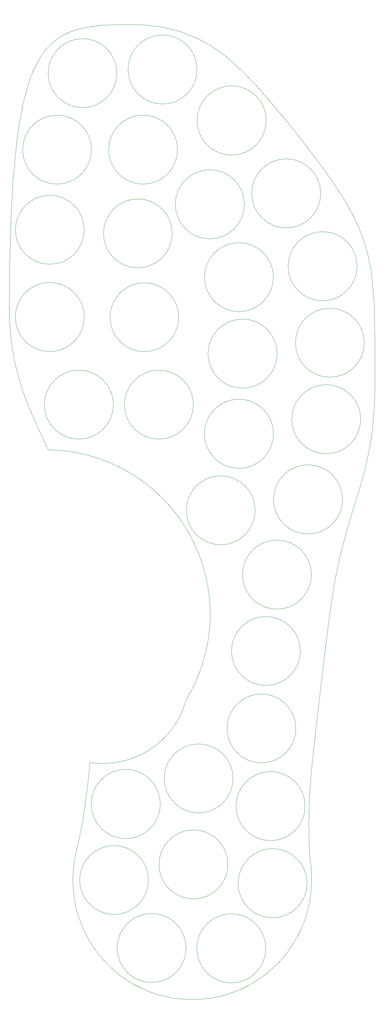
<source format=gbr>
G04 #@! TF.GenerationSoftware,KiCad,Pcbnew,(5.0.0)*
G04 #@! TF.CreationDate,2019-11-18T10:46:30+01:00*
G04 #@! TF.ProjectId,Insole_PCB,496E736F6C655F5043422E6B69636164,rev?*
G04 #@! TF.SameCoordinates,Original*
G04 #@! TF.FileFunction,Other,ECO1*
%FSLAX46Y46*%
G04 Gerber Fmt 4.6, Leading zero omitted, Abs format (unit mm)*
G04 Created by KiCad (PCBNEW (5.0.0)) date 11/18/19 10:46:30*
%MOMM*%
%LPD*%
G01*
G04 APERTURE LIST*
%ADD10C,0.100000*%
G04 APERTURE END LIST*
D10*
X259217045Y-102110707D02*
G75*
G03X259217045Y-102110707I-9467592J0D01*
G01*
X235250385Y-105110707D02*
G75*
G03X235250385Y-105110707I-9500932J0D01*
G01*
X191209231Y-28110707D02*
G75*
G03X191209231Y-28110707I-9459778J0D01*
G01*
X213240343Y-27110707D02*
G75*
G03X213240343Y-27110707I-9490890J0D01*
G01*
X232263028Y-41110707D02*
G75*
G03X232263028Y-41110707I-9513575J0D01*
G01*
X207878904Y-49110707D02*
G75*
G03X207878904Y-49110707I-9479451J0D01*
G01*
X184219981Y-49110707D02*
G75*
G03X184219981Y-49110707I-9470528J0D01*
G01*
X182211657Y-71110707D02*
G75*
G03X182211657Y-71110707I-9462204J0D01*
G01*
X206420346Y-72100707D02*
G75*
G03X206420346Y-72100707I-9460893J0D01*
G01*
X226247816Y-64110707D02*
G75*
G03X226247816Y-64110707I-9498363J0D01*
G01*
X247233524Y-61110707D02*
G75*
G03X247233524Y-61110707I-9484071J0D01*
G01*
X257237830Y-81110707D02*
G75*
G03X257237830Y-81110707I-9488377J0D01*
G01*
X234219089Y-84110707D02*
G75*
G03X234219089Y-84110707I-9469636J0D01*
G01*
X208205504Y-95110707D02*
G75*
G03X208205504Y-95110707I-9456051J0D01*
G01*
X182234583Y-95060707D02*
G75*
G03X182234583Y-95060707I-9485130J0D01*
G01*
X190232670Y-119110707D02*
G75*
G03X190232670Y-119110707I-9483217J0D01*
G01*
X212230318Y-119110707D02*
G75*
G03X212230318Y-119110707I-9480865J0D01*
G01*
X258234620Y-123110707D02*
G75*
G03X258234620Y-123110707I-9485167J0D01*
G01*
X234249942Y-127110707D02*
G75*
G03X234249942Y-127110707I-9500489J0D01*
G01*
X229218265Y-148110707D02*
G75*
G03X229218265Y-148110707I-9468812J0D01*
G01*
X253243246Y-145110707D02*
G75*
G03X253243246Y-145110707I-9493793J0D01*
G01*
X244688067Y-165760707D02*
G75*
G03X244688067Y-165760707I-9488614J0D01*
G01*
X223140488Y-221710707D02*
G75*
G03X223140488Y-221710707I-9471035J0D01*
G01*
X203139180Y-228730707D02*
G75*
G03X203139180Y-228730707I-9509727J0D01*
G01*
X221725507Y-245310707D02*
G75*
G03X221725507Y-245310707I-9476054J0D01*
G01*
X199885334Y-249600707D02*
G75*
G03X199885334Y-249600707I-9465881J0D01*
G01*
X210235538Y-268260707D02*
G75*
G03X210235538Y-268260707I-9486085J0D01*
G01*
X232148190Y-268360707D02*
G75*
G03X232148190Y-268360707I-9498737J0D01*
G01*
X243498127Y-250480707D02*
G75*
G03X243498127Y-250480707I-9498674J0D01*
G01*
X242938352Y-229310707D02*
G75*
G03X242938352Y-229310707I-9488899J0D01*
G01*
X240409950Y-207990707D02*
G75*
G03X240409950Y-207990707I-9460497J0D01*
G01*
X241641332Y-186740707D02*
G75*
G03X241641332Y-186740707I-9471879J0D01*
G01*
X172230550Y-131507841D02*
G75*
G02X210249453Y-200110707I-481097J-45102866D01*
G01*
X210249453Y-200110707D02*
G75*
G02X183754120Y-217337384I-22873048J6190891D01*
G01*
X179101373Y-247508836D02*
X179037573Y-249444347D01*
X180422513Y-258993637D02*
X181033563Y-260831267D01*
X182575053Y-264382617D02*
X183500123Y-266083957D01*
X179570473Y-243665910D02*
X179279223Y-245580449D01*
X181751913Y-262629687D02*
X182575053Y-264382617D01*
X179087973Y-251380267D02*
X179252443Y-253309837D01*
X179037573Y-249444347D02*
X179087973Y-251380267D01*
X190987413Y-274892277D02*
X192517533Y-276079307D01*
X185642813Y-269308407D02*
X186852983Y-270820287D01*
X183500123Y-266083957D02*
X184523893Y-267727797D01*
X179530393Y-255226367D02*
X179920873Y-257123167D01*
X179252443Y-253309837D02*
X179530393Y-255226367D01*
X179279223Y-245580449D02*
X179101373Y-247508836D01*
X181033563Y-260831267D02*
X181751913Y-262629687D01*
X179920873Y-257123167D02*
X180422513Y-258993637D01*
X197489423Y-279071777D02*
X199254673Y-279868147D01*
X195774203Y-278172697D02*
X197489423Y-279071777D01*
X189529943Y-273617087D02*
X190987413Y-274892277D01*
X184523893Y-267727797D02*
X185642813Y-269308407D01*
X194114983Y-277174057D02*
X195774203Y-278172697D01*
X192517533Y-276079307D02*
X194114983Y-277174057D01*
X188150203Y-272258177D02*
X189529943Y-273617087D01*
X186852983Y-270820287D02*
X188150203Y-272258177D01*
X161824843Y-98981065D02*
X162072432Y-101503072D01*
X167017405Y-119844791D02*
X167920965Y-121973224D01*
X166159937Y-117690963D02*
X167017405Y-119844791D01*
X162412287Y-103965448D02*
X162840502Y-106371675D01*
X162072432Y-101503072D02*
X162412287Y-103965448D01*
X161673423Y-96395944D02*
X161736863Y-97696615D01*
X163353167Y-108725240D02*
X163946383Y-111029634D01*
X162840502Y-106371675D02*
X163353167Y-108725240D01*
X169833423Y-126172626D02*
X172229453Y-131500707D01*
X161736863Y-97696615D02*
X161824843Y-98981065D01*
X167920965Y-121973224D02*
X168862383Y-124080942D01*
X165356791Y-115507059D02*
X166159937Y-117690963D01*
X163946383Y-111029634D02*
X164616209Y-113288400D01*
X168862383Y-124080942D02*
X169833423Y-126172626D01*
X164616209Y-113288400D02*
X165356791Y-115507059D01*
X182075093Y-231186216D02*
X181713763Y-233370252D01*
X183490253Y-219808683D02*
X183255893Y-222139776D01*
X180903693Y-237639287D02*
X180453823Y-239723028D01*
X180453823Y-239723028D02*
X179973343Y-241772047D01*
X182716223Y-226721929D02*
X182408853Y-228969640D01*
X182998223Y-224444753D02*
X182716223Y-226721929D01*
X183255893Y-222139776D02*
X182998223Y-224444753D01*
X183729453Y-217330707D02*
X183489453Y-219820707D01*
X179973343Y-241772047D02*
X179570473Y-243665910D01*
X182408853Y-228969640D02*
X182075093Y-231186216D01*
X181713763Y-233370252D02*
X181323503Y-235521474D01*
X181323503Y-235521474D02*
X180903693Y-237639287D01*
X162920555Y-53868276D02*
X162736656Y-56134260D01*
X161634993Y-95078622D02*
X161673423Y-96395944D01*
X161647113Y-86912752D02*
X161628273Y-90278245D01*
X165608696Y-35538487D02*
X165268085Y-37036447D01*
X161622073Y-93744218D02*
X161634993Y-95078622D01*
X166337883Y-32751027D02*
X165965335Y-34110547D01*
X161628273Y-90278245D02*
X161622073Y-93744218D01*
X165268085Y-37036447D02*
X164943618Y-38606007D01*
X164343380Y-41963027D02*
X164067325Y-43752757D01*
X162736656Y-56134260D02*
X162567493Y-58484388D01*
X163807071Y-45618477D02*
X163562450Y-47561537D01*
X164943618Y-38606007D02*
X164635418Y-40247897D01*
X161678723Y-83646368D02*
X161647113Y-86912752D01*
X162272663Y-63442495D02*
X162146637Y-66053205D01*
X163562450Y-47561537D02*
X163333274Y-49583272D01*
X164635418Y-40247897D02*
X164343380Y-41963027D01*
X161723283Y-80477735D02*
X161678723Y-83646368D01*
X161780983Y-77405492D02*
X161723283Y-80477735D01*
X162412887Y-60920011D02*
X162272663Y-63442495D01*
X161851983Y-74428281D02*
X161780983Y-77405492D01*
X162567493Y-58484388D02*
X162412887Y-60920011D01*
X161936473Y-71544736D02*
X161851983Y-74428281D01*
X162146637Y-66053205D02*
X162034633Y-68753500D01*
X162034633Y-68753500D02*
X161936473Y-71544736D01*
X163333274Y-49583272D02*
X163119369Y-51685064D01*
X164067325Y-43752757D02*
X163807071Y-45618477D01*
X165965335Y-34110547D02*
X165608696Y-35538487D01*
X163119369Y-51685064D02*
X162920555Y-53868276D01*
X179336183Y-16398047D02*
X178556393Y-16677487D01*
X193239063Y-14725567D02*
X192056793Y-14740667D01*
X180143513Y-16144357D02*
X179336183Y-16398047D01*
X182734273Y-15530177D02*
X181842413Y-15711567D01*
X207061863Y-16263007D02*
X205874263Y-15959957D01*
X189781063Y-14806467D02*
X188687323Y-14859367D01*
X205874263Y-15959957D02*
X204640523Y-15685277D01*
X227916483Y-29849287D02*
X226598533Y-28493697D01*
X213367283Y-18600627D02*
X212403423Y-18154597D01*
X219392213Y-22226077D02*
X217778983Y-21110947D01*
X226598533Y-28493697D02*
X225248723Y-27165187D01*
X194451093Y-14720567D02*
X193239063Y-14725567D01*
X210377523Y-17327037D02*
X209311293Y-16947657D01*
X222425783Y-24610227D02*
X220938793Y-23394197D01*
X196094783Y-14742167D02*
X194451093Y-14720567D01*
X187622823Y-14927167D02*
X186587433Y-15011067D01*
X209311293Y-16947657D02*
X208206773Y-16592627D01*
X215207213Y-19551917D02*
X214301183Y-19066767D01*
X181842413Y-15711567D02*
X180978873Y-15915917D01*
X200631193Y-15051067D02*
X199181733Y-14909367D01*
X169381355Y-25016547D02*
X168900714Y-25941687D01*
X170387443Y-23331727D02*
X169876963Y-24147097D01*
X176368523Y-17677387D02*
X175686073Y-18070727D01*
X202022083Y-15228907D02*
X200631193Y-15051067D01*
X168435165Y-26924097D02*
X167984825Y-27965377D01*
X168900714Y-25941687D02*
X168435165Y-26924097D01*
X173763913Y-19457067D02*
X173161303Y-19994207D01*
X190904173Y-14767267D02*
X189781063Y-14806467D01*
X178556393Y-16677487D02*
X177802593Y-16982647D01*
X204640523Y-15685277D02*
X203357493Y-15440957D01*
X184603433Y-15231617D02*
X183654563Y-15370567D01*
X199181733Y-14909367D02*
X197670633Y-14805767D01*
X185581013Y-15112157D02*
X184603433Y-15231617D01*
X167549808Y-29067117D02*
X167130233Y-30230907D01*
X216087473Y-20055047D02*
X215207213Y-19551917D01*
X172575913Y-20571957D02*
X172006673Y-21192217D01*
X167130233Y-30230907D02*
X166726219Y-31458347D01*
X173161303Y-19994207D02*
X172575913Y-20571957D01*
X192056793Y-14740667D02*
X190904173Y-14767267D01*
X188687323Y-14859367D02*
X187622823Y-14927167D01*
X217778983Y-21110947D02*
X216087473Y-20055047D01*
X220938793Y-23394197D02*
X219392213Y-22226077D01*
X166726219Y-31458347D02*
X166337883Y-32751027D01*
X175025203Y-18497217D02*
X174384853Y-18958697D01*
X180978873Y-15915917D02*
X180143513Y-16144357D01*
X183654563Y-15370567D02*
X182734273Y-15530177D01*
X208206773Y-16592627D02*
X207061863Y-16263007D01*
X203357493Y-15440957D02*
X202022083Y-15228907D01*
X214301183Y-19066767D02*
X213367283Y-18600627D01*
X225248723Y-27165187D02*
X223860123Y-25868967D01*
X197670633Y-14805767D02*
X196094783Y-14742167D01*
X167984825Y-27965377D02*
X167549808Y-29067117D01*
X169876963Y-24147097D02*
X169381355Y-25016547D01*
X212403423Y-18154597D02*
X211407533Y-17729697D01*
X175686073Y-18070727D02*
X175025203Y-18497217D01*
X171452483Y-21856847D02*
X170912653Y-22568847D01*
X177073673Y-17315317D02*
X176368523Y-17677387D01*
X172006673Y-21192217D02*
X171452483Y-21856847D01*
X170912653Y-22568847D02*
X170387443Y-23331727D01*
X174384853Y-18958697D02*
X173763913Y-19457067D01*
X186587433Y-15011067D02*
X185581013Y-15112157D01*
X211407533Y-17729697D02*
X210377523Y-17327037D01*
X223860123Y-25868967D02*
X222425783Y-24610227D01*
X177802593Y-16982647D02*
X177073673Y-17315317D01*
X255068633Y-65238889D02*
X254280123Y-63861745D01*
X259396913Y-75129842D02*
X258910073Y-73642232D01*
X260907063Y-81687772D02*
X260594353Y-79931355D01*
X229209473Y-31226747D02*
X227916483Y-29849287D01*
X231736353Y-34030497D02*
X229209473Y-31226747D01*
X260594353Y-79931355D02*
X260238993Y-78263799D01*
X260238993Y-78263799D02*
X259839873Y-76667165D01*
X241256113Y-45538197D02*
X238947053Y-42652807D01*
X234194193Y-36882327D02*
X231736353Y-34030497D01*
X259839873Y-76667165D02*
X259396913Y-75129842D01*
X236594073Y-39762867D02*
X234194193Y-36882327D01*
X258910073Y-73642232D02*
X258379323Y-72194753D01*
X238947053Y-42652807D02*
X236594073Y-39762867D01*
X245693053Y-51275189D02*
X243509133Y-48413957D01*
X252590133Y-61103650D02*
X251692393Y-59719617D01*
X261047913Y-82605290D02*
X260907063Y-81687772D01*
X255816983Y-66616834D02*
X255068633Y-65238889D01*
X253453333Y-62483846D02*
X252590133Y-61103650D01*
X250761993Y-58330190D02*
X249800823Y-56933835D01*
X258379323Y-72194753D02*
X257804633Y-70777799D01*
X257185973Y-69381780D02*
X256523303Y-67997121D01*
X243509133Y-48413957D02*
X241256113Y-45538197D01*
X247794793Y-54116994D02*
X245693053Y-51275189D01*
X249800823Y-56933835D02*
X247794793Y-54116994D01*
X251692393Y-59719617D02*
X250761993Y-58330190D01*
X254280123Y-63861745D02*
X253453333Y-62483846D01*
X256523303Y-67997121D02*
X255816983Y-66616834D01*
X257804633Y-70777799D02*
X257185973Y-69381780D01*
X262107233Y-108598718D02*
X262104233Y-106647599D01*
X262037233Y-98096337D02*
X262009333Y-96600396D01*
X262089233Y-102997609D02*
X262076533Y-101291150D01*
X246365123Y-204153630D02*
X246619213Y-201977857D01*
X247400233Y-195245114D02*
X247665503Y-192933999D01*
X253519153Y-156701292D02*
X254043433Y-154783993D01*
X262098233Y-104781831D02*
X262089233Y-102997609D01*
X247137163Y-197523118D02*
X247400233Y-195245114D01*
X260905293Y-129282586D02*
X261214533Y-127205861D01*
X262109233Y-110638970D02*
X262107233Y-108598718D01*
X248203463Y-188220597D02*
X248765403Y-183435983D01*
X260173833Y-133222283D02*
X260557333Y-131284972D01*
X257835403Y-142261363D02*
X258841873Y-138736397D01*
X254579933Y-152914507D02*
X255124603Y-151084933D01*
X250770443Y-169314156D02*
X251174153Y-167081035D01*
X262104233Y-106647599D02*
X262098233Y-104781831D01*
X244765513Y-218508588D02*
X245173463Y-214534047D01*
X261214533Y-127205861D02*
X261481883Y-125045535D01*
X261879733Y-120442616D02*
X262006803Y-117991435D01*
X246619213Y-201977857D02*
X246876693Y-199767526D01*
X262051803Y-116726886D02*
X262084103Y-115435780D01*
X255124603Y-151084933D02*
X255673563Y-149287432D01*
X254043433Y-154783993D02*
X254579933Y-152914507D01*
X249368953Y-178646279D02*
X250031493Y-173917123D01*
X261481883Y-125045535D02*
X261704283Y-122792819D01*
X259757973Y-135103782D02*
X260173833Y-133222283D01*
X261688133Y-88811456D02*
X261604833Y-87681664D01*
X255673563Y-149287432D02*
X256769003Y-145757289D01*
X256769003Y-145757289D02*
X257835403Y-142261363D01*
X251174153Y-167081035D02*
X251601483Y-164899947D01*
X247665503Y-192933999D02*
X248203463Y-188220597D01*
X245868733Y-208399709D02*
X246114813Y-206294362D01*
X245628463Y-210472253D02*
X245868733Y-208399709D01*
X261885133Y-92472939D02*
X261828033Y-91204705D01*
X258841873Y-138736397D02*
X259312933Y-136938732D01*
X252051023Y-162771160D02*
X252521413Y-160694943D01*
X261704283Y-122792819D02*
X261879733Y-120442616D01*
X261178683Y-83552197D02*
X261047913Y-82605290D01*
X259312933Y-136938732D02*
X259757973Y-135103782D01*
X261604833Y-87681664D02*
X261512433Y-86593236D01*
X262103603Y-114117680D02*
X262109603Y-112772157D01*
X251601483Y-164899947D02*
X252051023Y-162771160D01*
X261299563Y-84530896D02*
X261178683Y-83552197D01*
X261410753Y-85543778D02*
X261299563Y-84530896D01*
X246876693Y-199767526D02*
X247137163Y-197523118D01*
X261512433Y-86593236D02*
X261410753Y-85543778D01*
X246114813Y-206294362D02*
X246365123Y-204153630D01*
X250390333Y-171595763D02*
X250770443Y-169314156D01*
X261762433Y-89985005D02*
X261688133Y-88811456D01*
X261828033Y-91204705D02*
X261762433Y-89985005D01*
X261975133Y-95167046D02*
X261933933Y-93792493D01*
X262084103Y-115435780D02*
X262103603Y-114117680D01*
X262059433Y-99658654D02*
X262037233Y-98096337D01*
X262076533Y-101291150D02*
X262059433Y-99658654D01*
X250031493Y-173917123D02*
X250390333Y-171595763D01*
X253011253Y-158671565D02*
X253519153Y-156701292D01*
X248765403Y-183435983D02*
X249368953Y-178646279D01*
X252521413Y-160694943D02*
X253011253Y-158671565D01*
X262109603Y-112772157D02*
X262109233Y-110638970D01*
X262006803Y-117991435D02*
X262051803Y-116726886D01*
X260557333Y-131284972D02*
X260905293Y-129282586D01*
X245173463Y-214534047D02*
X245628463Y-210472253D01*
X261933933Y-93792493D02*
X261885133Y-92472939D01*
X262009333Y-96600396D02*
X261975133Y-95167046D01*
X237656753Y-269870877D02*
X238809603Y-268314837D01*
X220137143Y-281328317D02*
X221996043Y-280785357D01*
X202910523Y-281142087D02*
X204788413Y-281615197D01*
X212479773Y-282381517D02*
X214414103Y-282288217D01*
X238809603Y-268314837D02*
X239868693Y-266693527D01*
X235086153Y-272765737D02*
X236414163Y-271356227D01*
X244597823Y-252088707D02*
X244690123Y-250154337D01*
X243098933Y-259671427D02*
X243640913Y-257812237D01*
X244391653Y-254014277D02*
X244597823Y-252088707D01*
X244341113Y-244202931D02*
X244187543Y-242144772D01*
X208611463Y-282225537D02*
X210543323Y-282360617D01*
X206690933Y-281976767D02*
X208611463Y-282225537D01*
X241691193Y-263277877D02*
X242448273Y-261495417D01*
X230637203Y-276491507D02*
X232192643Y-275337847D01*
X216339563Y-282081047D02*
X218249453Y-281760707D01*
X242448273Y-261495417D02*
X243098933Y-259671427D01*
X236414163Y-271356227D02*
X237656753Y-269870877D01*
X227336013Y-278513967D02*
X229016453Y-277551447D01*
X244690123Y-250154337D02*
X244668123Y-248217893D01*
X232192643Y-275337847D02*
X233677343Y-274094477D01*
X244072313Y-255924327D02*
X244391653Y-254014277D01*
X244420193Y-222424420D02*
X244765513Y-218508588D01*
X244153103Y-226310109D02*
X244420193Y-222424420D01*
X243980763Y-230196111D02*
X244153103Y-226310109D01*
X243936363Y-232151044D02*
X243980763Y-230196111D01*
X243921863Y-234117612D02*
X243936363Y-232151044D01*
X223819693Y-280133747D02*
X225601753Y-279375737D01*
X221996043Y-280785357D02*
X223819693Y-280133747D01*
X240830343Y-265012597D02*
X241691193Y-263277877D01*
X225601753Y-279375737D02*
X227336013Y-278513967D01*
X243938463Y-236098035D02*
X243921863Y-234117612D01*
X243987463Y-238094548D02*
X243938463Y-236098035D01*
X244070063Y-240109387D02*
X243987463Y-238094548D01*
X201063803Y-280559047D02*
X202910523Y-281142087D01*
X199254673Y-279868147D02*
X201063803Y-280559047D01*
X244187543Y-242144772D02*
X244070063Y-240109387D01*
X204788413Y-281615197D02*
X206690933Y-281976767D01*
X214414103Y-282288217D02*
X216339563Y-282081047D01*
X244532023Y-246286119D02*
X244341113Y-244202931D01*
X244668123Y-248217893D02*
X244532023Y-246286119D01*
X243640913Y-257812237D02*
X244072313Y-255924327D01*
X229016453Y-277551447D02*
X230637203Y-276491507D01*
X210543323Y-282360617D02*
X212479773Y-282381517D01*
X239868693Y-266693527D02*
X240830343Y-265012597D01*
X233677343Y-274094477D02*
X235086153Y-272765737D01*
X218249453Y-281760707D02*
X220137143Y-281328317D01*
M02*

</source>
